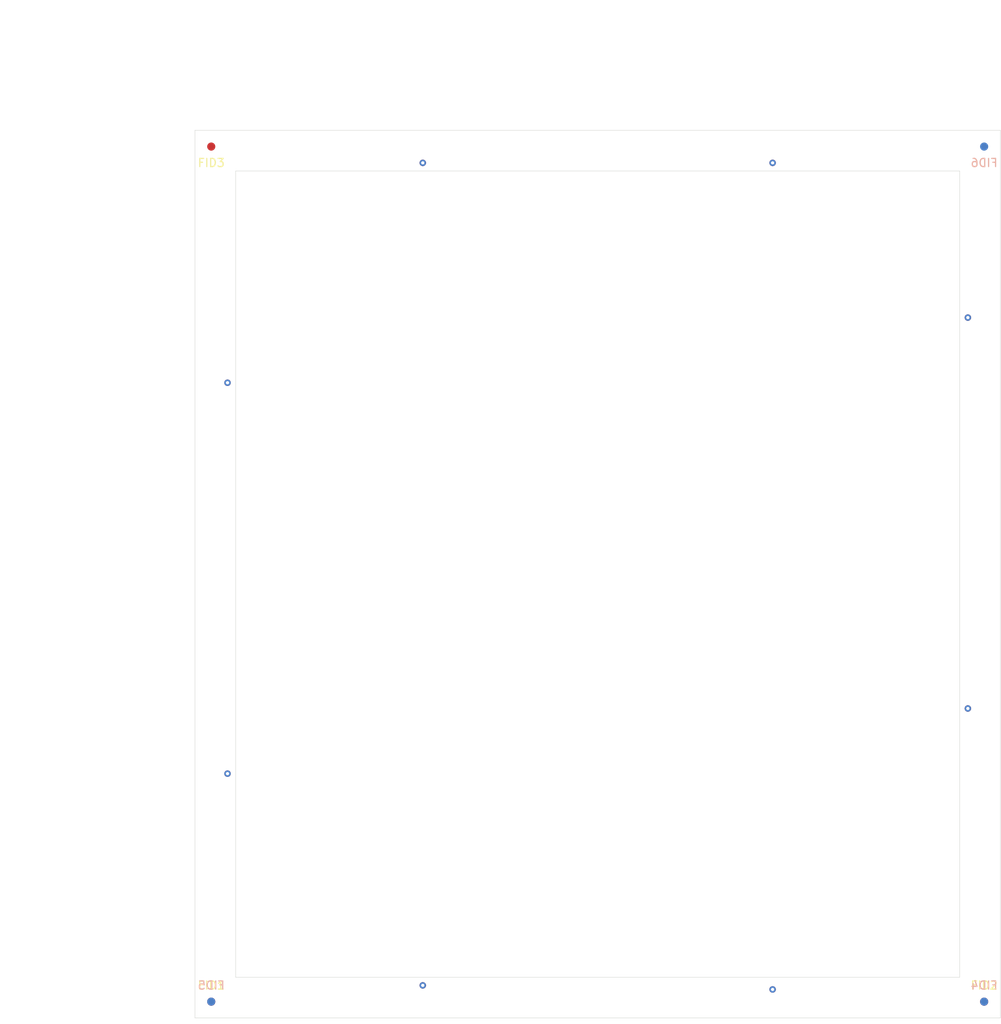
<source format=kicad_pcb>
(kicad_pcb (version 20171130) (host pcbnew 5.1.0)

  (general
    (thickness 1.6)
    (drawings 30)
    (tracks 8)
    (zones 0)
    (modules 12)
    (nets 1)
  )

  (page A4)
  (layers
    (0 F.Cu signal)
    (31 B.Cu signal)
    (32 B.Adhes user)
    (33 F.Adhes user)
    (34 B.Paste user)
    (35 F.Paste user)
    (36 B.SilkS user)
    (37 F.SilkS user)
    (38 B.Mask user)
    (39 F.Mask user)
    (40 Dwgs.User user)
    (41 Cmts.User user)
    (42 Eco1.User user)
    (43 Eco2.User user)
    (44 Edge.Cuts user)
    (45 Margin user)
    (46 B.CrtYd user)
    (47 F.CrtYd user)
    (48 B.Fab user hide)
    (49 F.Fab user hide)
  )

  (setup
    (last_trace_width 0.25)
    (trace_clearance 0.2)
    (zone_clearance 0.508)
    (zone_45_only no)
    (trace_min 0.2)
    (via_size 0.8)
    (via_drill 0.4)
    (via_min_size 0.4)
    (via_min_drill 0.3)
    (uvia_size 0.3)
    (uvia_drill 0.1)
    (uvias_allowed no)
    (uvia_min_size 0.2)
    (uvia_min_drill 0.1)
    (edge_width 0.05)
    (segment_width 0.2)
    (pcb_text_width 0.3)
    (pcb_text_size 1.5 1.5)
    (mod_edge_width 0.12)
    (mod_text_size 1 1)
    (mod_text_width 0.15)
    (pad_size 3 3)
    (pad_drill 3)
    (pad_to_mask_clearance 0.051)
    (solder_mask_min_width 0.25)
    (aux_axis_origin 0 0)
    (visible_elements FFFFFF7F)
    (pcbplotparams
      (layerselection 0x010fc_ffffffff)
      (usegerberextensions false)
      (usegerberattributes false)
      (usegerberadvancedattributes false)
      (creategerberjobfile false)
      (excludeedgelayer true)
      (linewidth 0.100000)
      (plotframeref false)
      (viasonmask false)
      (mode 1)
      (useauxorigin false)
      (hpglpennumber 1)
      (hpglpenspeed 20)
      (hpglpendiameter 15.000000)
      (psnegative false)
      (psa4output false)
      (plotreference true)
      (plotvalue true)
      (plotinvisibletext false)
      (padsonsilk false)
      (subtractmaskfromsilk false)
      (outputformat 1)
      (mirror false)
      (drillshape 1)
      (scaleselection 1)
      (outputdirectory ""))
  )

  (net 0 "")

  (net_class Default "Ceci est la Netclass par défaut."
    (clearance 0.2)
    (trace_width 0.25)
    (via_dia 0.8)
    (via_drill 0.4)
    (uvia_dia 0.3)
    (uvia_drill 0.1)
  )

  (module MountingHole:MountingHole_3mm (layer F.Cu) (tedit 5CB04C03) (tstamp 5CB0A19E)
    (at 101.5 140.5)
    (descr "Mounting Hole 3mm, no annular")
    (tags "mounting hole 3mm no annular")
    (attr virtual)
    (fp_text reference REF** (at 0 -4) (layer F.SilkS) hide
      (effects (font (size 1 1) (thickness 0.15)))
    )
    (fp_text value MountingHole_3mm (at 0 4) (layer F.Fab)
      (effects (font (size 1 1) (thickness 0.15)))
    )
    (fp_text user %R (at 0.3 0) (layer F.Fab)
      (effects (font (size 1 1) (thickness 0.15)))
    )
    (fp_circle (center 0 0) (end 3 0) (layer Cmts.User) (width 0.15))
    (fp_circle (center 0 0) (end 3.25 0) (layer F.CrtYd) (width 0.05))
    (pad "" np_thru_hole circle (at 0 0) (size 3 3) (drill 3) (layers *.Cu *.Mask))
  )

  (module MountingHole:MountingHole_3mm (layer F.Cu) (tedit 5CB04C03) (tstamp 5CB0A197)
    (at 181.5 140.5)
    (descr "Mounting Hole 3mm, no annular")
    (tags "mounting hole 3mm no annular")
    (attr virtual)
    (fp_text reference REF** (at 0 -4) (layer F.SilkS) hide
      (effects (font (size 1 1) (thickness 0.15)))
    )
    (fp_text value MountingHole_3mm (at 0 4) (layer F.Fab)
      (effects (font (size 1 1) (thickness 0.15)))
    )
    (fp_circle (center 0 0) (end 3.25 0) (layer F.CrtYd) (width 0.05))
    (fp_circle (center 0 0) (end 3 0) (layer Cmts.User) (width 0.15))
    (fp_text user %R (at 0.3 0) (layer F.Fab)
      (effects (font (size 1 1) (thickness 0.15)))
    )
    (pad "" np_thru_hole circle (at 0 0) (size 3 3) (drill 3) (layers *.Cu *.Mask))
  )

  (module MountingHole:MountingHole_3mm (layer F.Cu) (tedit 5CB04C03) (tstamp 5CB0A189)
    (at 181.5 36.5)
    (descr "Mounting Hole 3mm, no annular")
    (tags "mounting hole 3mm no annular")
    (attr virtual)
    (fp_text reference REF** (at 0 -4) (layer F.SilkS) hide
      (effects (font (size 1 1) (thickness 0.15)))
    )
    (fp_text value MountingHole_3mm (at 0 4) (layer F.Fab)
      (effects (font (size 1 1) (thickness 0.15)))
    )
    (fp_text user %R (at 0.3 0) (layer F.Fab)
      (effects (font (size 1 1) (thickness 0.15)))
    )
    (fp_circle (center 0 0) (end 3 0) (layer Cmts.User) (width 0.15))
    (fp_circle (center 0 0) (end 3.25 0) (layer F.CrtYd) (width 0.05))
    (pad "" np_thru_hole circle (at 0 0) (size 3 3) (drill 3) (layers *.Cu *.Mask))
  )

  (module MountingHole:MountingHole_3mm (layer F.Cu) (tedit 5CB04C03) (tstamp 5CB0A15D)
    (at 101.5 36.5)
    (descr "Mounting Hole 3mm, no annular")
    (tags "mounting hole 3mm no annular")
    (attr virtual)
    (fp_text reference REF** (at 0 -4) (layer F.SilkS) hide
      (effects (font (size 1 1) (thickness 0.15)))
    )
    (fp_text value MountingHole_3mm (at 0 4) (layer F.Fab)
      (effects (font (size 1 1) (thickness 0.15)))
    )
    (fp_circle (center 0 0) (end 3.25 0) (layer F.CrtYd) (width 0.05))
    (fp_circle (center 0 0) (end 3 0) (layer Cmts.User) (width 0.15))
    (fp_text user %R (at 0.3 0) (layer F.Fab)
      (effects (font (size 1 1) (thickness 0.15)))
    )
    (pad "" np_thru_hole circle (at 0 0) (size 3 3) (drill 3) (layers *.Cu *.Mask))
  )

  (module MountingHole:MountingHole_3mm (layer F.Cu) (tedit 5CB04BED) (tstamp 5CB0A11C)
    (at 94.5 48.5)
    (descr "Mounting Hole 3mm, no annular")
    (tags "mounting hole 3mm no annular")
    (attr virtual)
    (fp_text reference REF** (at 0 -4) (layer F.SilkS) hide
      (effects (font (size 1 1) (thickness 0.15)))
    )
    (fp_text value MountingHole_3mm (at 0 4) (layer F.Fab)
      (effects (font (size 1 1) (thickness 0.15)))
    )
    (fp_text user %R (at 0.3 0) (layer F.Fab)
      (effects (font (size 1 1) (thickness 0.15)))
    )
    (fp_circle (center 0 0) (end 3 0) (layer Cmts.User) (width 0.15))
    (fp_circle (center 0 0) (end 3.25 0) (layer F.CrtYd) (width 0.05))
    (pad "" np_thru_hole circle (at 0 0) (size 3 3) (drill 3) (layers *.Cu *.Paste *.Mask))
  )

  (module MountingHole:MountingHole_3mm (layer F.Cu) (tedit 5CB04BF5) (tstamp 5CB0A107)
    (at 94.5 128.5)
    (descr "Mounting Hole 3mm, no annular")
    (tags "mounting hole 3mm no annular")
    (attr virtual)
    (fp_text reference REF** (at 0 -4) (layer F.SilkS) hide
      (effects (font (size 1 1) (thickness 0.15)))
    )
    (fp_text value MountingHole_3mm (at 0 4) (layer F.Fab)
      (effects (font (size 1 1) (thickness 0.15)))
    )
    (fp_circle (center 0 0) (end 3.25 0) (layer F.CrtYd) (width 0.05))
    (fp_circle (center 0 0) (end 3 0) (layer Cmts.User) (width 0.15))
    (fp_text user %R (at 0.3 0) (layer F.Fab)
      (effects (font (size 1 1) (thickness 0.15)))
    )
    (pad "" np_thru_hole circle (at 0 0) (size 3 3) (drill 3) (layers *.Cu *.Paste *.Mask))
  )

  (module Fiducial:Fiducial_1mm_Mask2mm (layer B.Cu) (tedit 5C18CB26) (tstamp 5CB09ED4)
    (at 189 36)
    (descr "Circular Fiducial, 1mm bare copper, 2mm soldermask opening (Level A)")
    (tags fiducial)
    (attr smd)
    (fp_text reference FID6 (at 0 2) (layer B.SilkS)
      (effects (font (size 1 1) (thickness 0.15)) (justify mirror))
    )
    (fp_text value Fiducial_1mm_Mask2mm (at 0 -2) (layer B.Fab)
      (effects (font (size 1 1) (thickness 0.15)) (justify mirror))
    )
    (fp_circle (center 0 0) (end 1.25 0) (layer B.CrtYd) (width 0.05))
    (fp_text user %R (at 0 0) (layer B.Fab)
      (effects (font (size 0.4 0.4) (thickness 0.06)) (justify mirror))
    )
    (fp_circle (center 0 0) (end 1 0) (layer B.Fab) (width 0.1))
    (pad "" smd circle (at 0 0) (size 1 1) (layers B.Cu B.Mask)
      (solder_mask_margin 0.5) (clearance 0.5))
  )

  (module Fiducial:Fiducial_1mm_Mask2mm (layer B.Cu) (tedit 5C18CB26) (tstamp 5CB09EAF)
    (at 94 141 180)
    (descr "Circular Fiducial, 1mm bare copper, 2mm soldermask opening (Level A)")
    (tags fiducial)
    (attr smd)
    (fp_text reference FID5 (at 0 2 180) (layer B.SilkS)
      (effects (font (size 1 1) (thickness 0.15)) (justify mirror))
    )
    (fp_text value Fiducial_1mm_Mask2mm (at 0 -2 180) (layer B.Fab)
      (effects (font (size 1 1) (thickness 0.15)) (justify mirror))
    )
    (fp_circle (center 0 0) (end 1 0) (layer B.Fab) (width 0.1))
    (fp_text user %R (at 0 0 180) (layer B.Fab)
      (effects (font (size 0.4 0.4) (thickness 0.06)) (justify mirror))
    )
    (fp_circle (center 0 0) (end 1.25 0) (layer B.CrtYd) (width 0.05))
    (pad "" smd circle (at 0 0 180) (size 1 1) (layers B.Cu B.Mask)
      (solder_mask_margin 0.5) (clearance 0.5))
  )

  (module Fiducial:Fiducial_1mm_Mask2mm (layer B.Cu) (tedit 5C18CB26) (tstamp 5CB09E8A)
    (at 189 141 180)
    (descr "Circular Fiducial, 1mm bare copper, 2mm soldermask opening (Level A)")
    (tags fiducial)
    (attr smd)
    (fp_text reference FID4 (at 0 2 180) (layer B.SilkS)
      (effects (font (size 1 1) (thickness 0.15)) (justify mirror))
    )
    (fp_text value Fiducial_1mm_Mask2mm (at 0 -2 180) (layer B.Fab)
      (effects (font (size 1 1) (thickness 0.15)) (justify mirror))
    )
    (fp_circle (center 0 0) (end 1.25 0) (layer B.CrtYd) (width 0.05))
    (fp_text user %R (at 0 0 180) (layer B.Fab)
      (effects (font (size 0.4 0.4) (thickness 0.06)) (justify mirror))
    )
    (fp_circle (center 0 0) (end 1 0) (layer B.Fab) (width 0.1))
    (pad "" smd circle (at 0 0 180) (size 1 1) (layers B.Cu B.Mask)
      (solder_mask_margin 0.5) (clearance 0.5))
  )

  (module Fiducial:Fiducial_1mm_Mask2mm (layer F.Cu) (tedit 5C18CB26) (tstamp 5CB09E6A)
    (at 94 36)
    (descr "Circular Fiducial, 1mm bare copper, 2mm soldermask opening (Level A)")
    (tags fiducial)
    (attr smd)
    (fp_text reference FID3 (at 0 2) (layer F.SilkS)
      (effects (font (size 1 1) (thickness 0.15)))
    )
    (fp_text value Fiducial_1mm_Mask2mm (at 0 2) (layer F.Fab)
      (effects (font (size 1 1) (thickness 0.15)))
    )
    (fp_circle (center 0 0) (end 1.25 0) (layer F.CrtYd) (width 0.05))
    (fp_text user %R (at 0 0) (layer F.Fab)
      (effects (font (size 0.4 0.4) (thickness 0.06)))
    )
    (fp_circle (center 0 0) (end 1 0) (layer F.Fab) (width 0.1))
    (pad "" smd circle (at 0 0) (size 1 1) (layers F.Cu F.Mask)
      (solder_mask_margin 0.5) (clearance 0.5))
  )

  (module Fiducial:Fiducial_1mm_Mask2mm (layer F.Cu) (tedit 5C18CB26) (tstamp 5CB09E43)
    (at 189 141)
    (descr "Circular Fiducial, 1mm bare copper, 2mm soldermask opening (Level A)")
    (tags fiducial)
    (attr smd)
    (fp_text reference FID2 (at 0 -2) (layer F.SilkS)
      (effects (font (size 1 1) (thickness 0.15)))
    )
    (fp_text value Fiducial_1mm_Mask2mm (at 0 2) (layer F.Fab)
      (effects (font (size 1 1) (thickness 0.15)))
    )
    (fp_circle (center 0 0) (end 1 0) (layer F.Fab) (width 0.1))
    (fp_text user %R (at 0 0) (layer F.Fab)
      (effects (font (size 0.4 0.4) (thickness 0.06)))
    )
    (fp_circle (center 0 0) (end 1.25 0) (layer F.CrtYd) (width 0.05))
    (pad "" smd circle (at 0 0) (size 1 1) (layers F.Cu F.Mask)
      (solder_mask_margin 0.5) (clearance 0.5))
  )

  (module Fiducial:Fiducial_1mm_Mask2mm (layer F.Cu) (tedit 5C18CB26) (tstamp 5CB09E19)
    (at 94 141)
    (descr "Circular Fiducial, 1mm bare copper, 2mm soldermask opening (Level A)")
    (tags fiducial)
    (attr smd)
    (fp_text reference FID1 (at 0 -2) (layer F.SilkS)
      (effects (font (size 1 1) (thickness 0.15)))
    )
    (fp_text value Fiducial_1mm_Mask2mm (at 0 2) (layer F.Fab)
      (effects (font (size 1 1) (thickness 0.15)))
    )
    (fp_circle (center 0 0) (end 1.25 0) (layer F.CrtYd) (width 0.05))
    (fp_text user %R (at 0 0) (layer F.Fab)
      (effects (font (size 0.4 0.4) (thickness 0.06)))
    )
    (fp_circle (center 0 0) (end 1 0) (layer F.Fab) (width 0.1))
    (pad "" smd circle (at 0 0) (size 1 1) (layers F.Cu F.Mask)
      (solder_mask_margin 0.5) (clearance 0.5))
  )

  (gr_line (start 163 44) (end 163 38) (layer Eco1.User) (width 0.15))
  (gr_line (start 163 92) (end 163 86) (layer Eco1.User) (width 0.15))
  (gr_line (start 163 139.5) (end 163 134.5) (layer Eco1.User) (width 0.15))
  (gr_line (start 120 134.5) (end 120 139) (layer Eco1.User) (width 0.15))
  (gr_line (start 120 86) (end 120 92) (layer Eco1.User) (width 0.15))
  (gr_line (start 120 38) (end 120 44) (layer Eco1.User) (width 0.15))
  (gr_line (start 181.5 105) (end 187 105) (layer Eco1.User) (width 0.15))
  (gr_line (start 138.5 105) (end 144.5 105) (layer Eco1.User) (width 0.15))
  (gr_line (start 182 57) (end 187 57) (layer Eco1.User) (width 0.15))
  (gr_line (start 138.5 57) (end 144.5 57) (layer Eco1.User) (width 0.15))
  (gr_line (start 96 65) (end 101 65) (layer Eco1.User) (width 0.15))
  (gr_line (start 96 113) (end 101 113) (layer Eco1.User) (width 0.15))
  (dimension 99 (width 0.15) (layer Dwgs.User)
    (gr_text "99,000 mm" (at 141.5 18.7) (layer Dwgs.User)
      (effects (font (size 1 1) (thickness 0.15)))
    )
    (feature1 (pts (xy 191 34) (xy 191 19.413579)))
    (feature2 (pts (xy 92 34) (xy 92 19.413579)))
    (crossbar (pts (xy 92 20) (xy 191 20)))
    (arrow1a (pts (xy 191 20) (xy 189.873496 20.586421)))
    (arrow1b (pts (xy 191 20) (xy 189.873496 19.413579)))
    (arrow2a (pts (xy 92 20) (xy 93.126504 20.586421)))
    (arrow2b (pts (xy 92 20) (xy 93.126504 19.413579)))
  )
  (dimension 109 (width 0.15) (layer Dwgs.User)
    (gr_text "109,000 mm" (at 71.7 88.5 270) (layer Dwgs.User)
      (effects (font (size 1 1) (thickness 0.15)))
    )
    (feature1 (pts (xy 92 143) (xy 72.413579 143)))
    (feature2 (pts (xy 92 34) (xy 72.413579 34)))
    (crossbar (pts (xy 73 34) (xy 73 143)))
    (arrow1a (pts (xy 73 143) (xy 72.413579 141.873496)))
    (arrow1b (pts (xy 73 143) (xy 73.586421 141.873496)))
    (arrow2a (pts (xy 73 34) (xy 72.413579 35.126504)))
    (arrow2b (pts (xy 73 34) (xy 73.586421 35.126504)))
  )
  (gr_line (start 97 42.5) (end 92 42.5) (layer Eco2.User) (width 0.15))
  (gr_line (start 186 42.5) (end 191 42.5) (layer Eco2.User) (width 0.15))
  (gr_line (start 186 135) (end 191 135) (layer Eco2.User) (width 0.15))
  (gr_line (start 97 135) (end 92 135) (layer Eco2.User) (width 0.15))
  (gr_line (start 92 34) (end 92 143) (layer Edge.Cuts) (width 0.05) (tstamp 5CB04A60))
  (gr_line (start 191 34) (end 92 34) (layer Edge.Cuts) (width 0.05))
  (gr_line (start 191 143) (end 191 34) (layer Edge.Cuts) (width 0.05))
  (gr_line (start 92 143) (end 191 143) (layer Edge.Cuts) (width 0.05))
  (gr_line (start 97 39) (end 97 138) (layer Edge.Cuts) (width 0.05) (tstamp 5CB04A41))
  (gr_line (start 186 39) (end 97 39) (layer Edge.Cuts) (width 0.05))
  (gr_line (start 186 138) (end 186 39) (layer Edge.Cuts) (width 0.05))
  (gr_line (start 97 138) (end 186 138) (layer Edge.Cuts) (width 0.05))
  (gr_poly (pts (xy 143 87) (xy 182.75 87) (xy 182.75 42.5) (xy 143 42.5)) (layer Dwgs.User) (width 0.1) (tstamp 5CB04A0D))
  (gr_poly (pts (xy 100 87) (xy 139.75 87) (xy 139.75 42.5) (xy 100 42.5)) (layer Dwgs.User) (width 0.1) (tstamp 5CB04A0C))
  (gr_poly (pts (xy 143 135) (xy 182.75 135) (xy 182.75 90.5) (xy 143 90.5)) (layer Dwgs.User) (width 0.1) (tstamp 5CB04A03))
  (gr_poly (pts (xy 100 135) (xy 139.75 135) (xy 139.75 90.5) (xy 100 90.5)) (layer Dwgs.User) (width 0.1))

  (via (at 163 38) (size 0.8) (drill 0.4) (layers F.Cu B.Cu) (net 0))
  (via (at 120 38) (size 0.8) (drill 0.4) (layers F.Cu B.Cu) (net 0))
  (via (at 96 65) (size 0.8) (drill 0.4) (layers F.Cu B.Cu) (net 0))
  (via (at 96 113) (size 0.8) (drill 0.4) (layers F.Cu B.Cu) (net 0))
  (via (at 120 139) (size 0.8) (drill 0.4) (layers F.Cu B.Cu) (net 0))
  (via (at 163 139.5) (size 0.8) (drill 0.4) (layers F.Cu B.Cu) (net 0))
  (via (at 187 105) (size 0.8) (drill 0.4) (layers F.Cu B.Cu) (net 0))
  (via (at 187 57) (size 0.8) (drill 0.4) (layers F.Cu B.Cu) (net 0))

)

</source>
